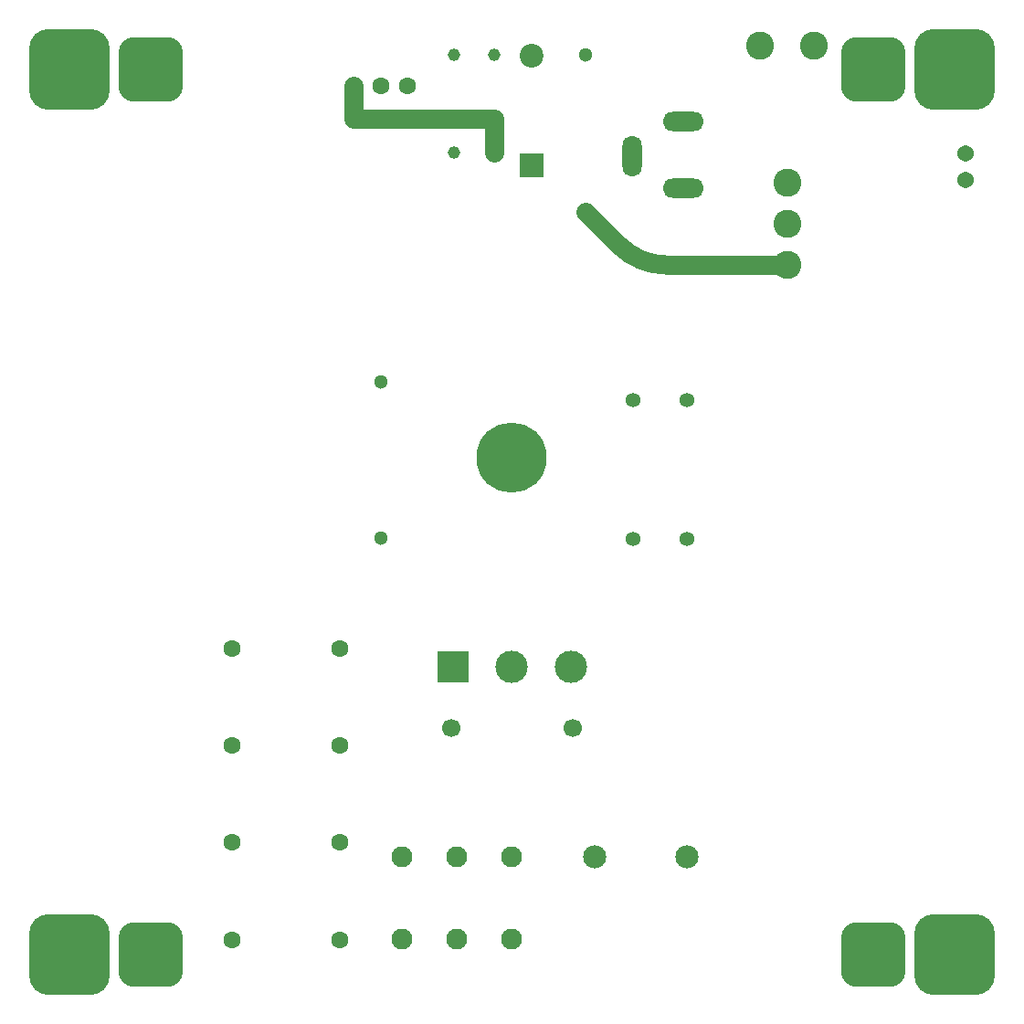
<source format=gbl>
G04*
G04 #@! TF.GenerationSoftware,Altium Limited,Altium Designer,24.0.1 (36)*
G04*
G04 Layer_Physical_Order=2*
G04 Layer_Color=1930808*
%FSLAX44Y44*%
%MOMM*%
G71*
G04*
G04 #@! TF.SameCoordinates,9C8BCC2B-501B-40A3-BBBE-7B9C73712F20*
G04*
G04*
G04 #@! TF.FilePolarity,Positive*
G04*
G01*
G75*
%ADD33C,1.8000*%
%ADD40C,2.1500*%
%ADD41C,1.6000*%
%ADD42R,2.2000X2.2000*%
%ADD43C,2.2000*%
%ADD44C,1.1500*%
%ADD45O,3.8000X1.8000*%
%ADD46O,1.8000X3.8000*%
%ADD47C,1.3000*%
%ADD48C,2.6000*%
%ADD49C,3.0000*%
%ADD50R,3.0000X3.0000*%
%ADD51C,6.5000*%
%ADD52C,1.9500*%
%ADD53C,1.3600*%
%ADD54C,1.7000*%
%ADD55C,1.5400*%
G04:AMPARAMS|DCode=56|XSize=6mm|YSize=6mm|CornerRadius=1.5mm|HoleSize=0mm|Usage=FLASHONLY|Rotation=0.000|XOffset=0mm|YOffset=0mm|HoleType=Round|Shape=RoundedRectangle|*
%AMROUNDEDRECTD56*
21,1,6.0000,3.0000,0,0,0.0*
21,1,3.0000,6.0000,0,0,0.0*
1,1,3.0000,1.5000,-1.5000*
1,1,3.0000,-1.5000,-1.5000*
1,1,3.0000,-1.5000,1.5000*
1,1,3.0000,1.5000,1.5000*
%
%ADD56ROUNDEDRECTD56*%
G04:AMPARAMS|DCode=57|XSize=7.5mm|YSize=7.5mm|CornerRadius=1.875mm|HoleSize=0mm|Usage=FLASHONLY|Rotation=0.000|XOffset=0mm|YOffset=0mm|HoleType=Round|Shape=RoundedRectangle|*
%AMROUNDEDRECTD57*
21,1,7.5000,3.7500,0,0,0.0*
21,1,3.7500,7.5000,0,0,0.0*
1,1,3.7500,1.8750,-1.8750*
1,1,3.7500,-1.8750,-1.8750*
1,1,3.7500,-1.8750,1.8750*
1,1,3.7500,1.8750,1.8750*
%
%ADD57ROUNDEDRECTD57*%
D33*
X549777Y696961D02*
G03*
X593137Y679000I43361J43361D01*
G01*
X705000D01*
X518372Y728365D02*
X549777Y696961D01*
X303372Y814865D02*
Y844865D01*
X433372Y783365D02*
Y814865D01*
X303372D02*
X433372D01*
D40*
X527000Y130000D02*
D03*
X612000D02*
D03*
D41*
X328372Y844865D02*
D03*
X303372D02*
D03*
X353372D02*
D03*
X190620Y233699D02*
D03*
X290620D02*
D03*
Y323699D02*
D03*
X190620D02*
D03*
X290620Y53699D02*
D03*
X190620D02*
D03*
Y143699D02*
D03*
X290620D02*
D03*
D42*
X468372Y771565D02*
D03*
D43*
Y873165D02*
D03*
D44*
X396436Y873365D02*
D03*
Y783365D02*
D03*
X433372D02*
D03*
Y873365D02*
D03*
D45*
X608372Y749865D02*
D03*
Y811865D02*
D03*
D46*
X561372Y779865D02*
D03*
D47*
X518372Y873365D02*
D03*
Y728365D02*
D03*
X328370Y570500D02*
D03*
Y425500D02*
D03*
D48*
X705000Y755000D02*
D03*
Y717000D02*
D03*
Y679000D02*
D03*
X730000Y882000D02*
D03*
X680000D02*
D03*
D49*
X450000Y306600D02*
D03*
X504500D02*
D03*
D50*
X395500D02*
D03*
D51*
X450000Y500000D02*
D03*
D52*
X399200Y130000D02*
D03*
X450000D02*
D03*
X399200Y53800D02*
D03*
X450000D02*
D03*
X348400Y130000D02*
D03*
Y53800D02*
D03*
D53*
X562000Y425000D02*
D03*
X612000D02*
D03*
X562000Y553500D02*
D03*
X612000D02*
D03*
D54*
X394000Y250000D02*
D03*
X506000D02*
D03*
D55*
X870000Y782500D02*
D03*
Y757500D02*
D03*
D56*
X115000Y40000D02*
D03*
X785000D02*
D03*
Y860000D02*
D03*
X115000D02*
D03*
D57*
X40000Y40000D02*
D03*
X860000D02*
D03*
Y860000D02*
D03*
X40000D02*
D03*
M02*

</source>
